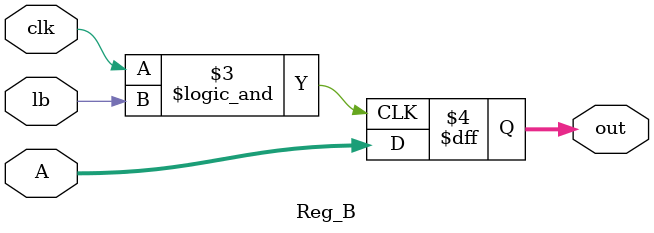
<source format=v>
`timescale 1ns / 1ps

module Reg_B(input [7:0]A,
        input clk,lb,
        output reg [7:0]out
        );
       always @(negedge clk && lb == 1)
            out <= A;
 endmodule
        
</source>
